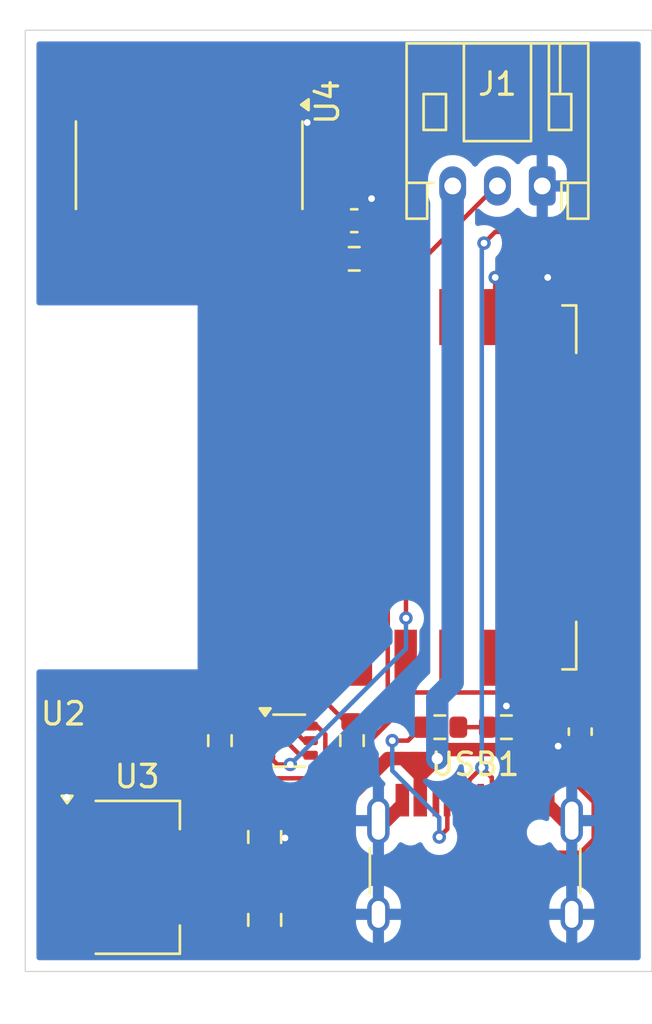
<source format=kicad_pcb>
(kicad_pcb (version 20240108) (generator "pcbnew") (generator_version "8.0")
  (layers (0 "F.Cu" signal) (31 "B.Cu" signal) (34 "B.Paste" user) (35 "F.Paste" user) (36 "B.SilkS" user "B.Silkscreen") (37 "F.SilkS" user "F.Silkscreen") (38 "B.Mask" user) (39 "F.Mask" user) (44 "Edge.Cuts" user))
  (net 0 "")
  (net 1 "GND")
  (net 2 "Net-(J1-Pin_2)")
  (net 3 "+5V")
  (net 4 "+3V3")
  (net 5 "RTS")
  (net 6 "Net-(Q1B-C2)")
  (net 7 "DTR")
  (net 8 "Net-(Q1A-C1)")
  (net 9 "Net-(U2-GPIO5)")
  (net 10 "Net-(U2-EN)")
  (net 11 "Net-(USB1-CC2)")
  (net 12 "Net-(USB1-CC1)")
  (net 14 "TX")
  (net 18 "USBD-")
  (net 19 "RX")
  (net 22 "USBD+")
  (footprint "Capacitor_SMD:C_0805_2012Metric" (layer "F.Cu") (at 154.7 115 -90)
    (property "Reference" "C4" (hide yes))
    (property "Value" "2.2u")
    (fp_line (start -0.261252 0.735) (end 0.261252 0.735) (stroke (width 0.12)) (layer "F.SilkS"))
    (fp_line (start -0.261252 -0.735) (end 0.261252 -0.735) (stroke (width 0.12)) (layer "F.SilkS"))
    (pad "1" smd roundrect (at -0.95 0 270) (size 1 1.45) (layers "F.Cu" "F.Paste" "F.Mask") (net 4 "+3V3"))
    (pad "2" smd roundrect (at 0.95 0 270) (size 1 1.45) (layers "F.Cu" "F.Paste" "F.Mask") (net 1 "GND"))
  )
  (footprint "Resistor_SMD:R_0603_1608Metric" (layer "F.Cu") (at 158.6 110.7 -90)
    (property "Reference" "R2" (hide yes))
    (property "Value" "10K")
    (fp_line (start -0.237258 0.5225) (end 0.237258 0.5225) (stroke (width 0.12)) (layer "F.SilkS"))
    (fp_line (start -0.237258 -0.5225) (end 0.237258 -0.5225) (stroke (width 0.12)) (layer "F.SilkS"))
    (pad "1" smd roundrect (at -0.825 0 270) (size 0.8 0.95) (layers "F.Cu" "F.Paste" "F.Mask") (net 10 "Net-(U2-EN)"))
    (pad "2" smd roundrect (at 0.825 0 270) (size 0.8 0.95) (layers "F.Cu" "F.Paste" "F.Mask") (net 4 "+3V3"))
  )
  (footprint "Resistor_SMD:R_0603_1608Metric" (layer "F.Cu") (at 158.7 89.2)
    (property "Reference" "R1" (hide yes))
    (property "Value" "330")
    (fp_line (start -0.237258 -0.5225) (end 0.237258 -0.5225) (stroke (width 0.12)) (layer "F.SilkS"))
    (fp_line (start -0.237258 0.5225) (end 0.237258 0.5225) (stroke (width 0.12)) (layer "F.SilkS"))
    (pad "1" smd roundrect (at -0.825 0) (size 0.8 0.95) (layers "F.Cu" "F.Paste" "F.Mask") (net 9 "Net-(U2-GPIO5)"))
    (pad "2" smd roundrect (at 0.825 0) (size 0.8 0.95) (layers "F.Cu" "F.Paste" "F.Mask") (net 2 "Net-(J1-Pin_2)"))
  )
  (footprint "Package_TO_SOT_SMD:SOT-223-3_TabPin2" (layer "F.Cu") (at 149 116.8)
    (property "Reference" "U3" (at 0 -4.5 0) (layer "F.SilkS"))
    (property "Value" "LM1117MP-3.3")
    (fp_line (start -1.85 -3.41) (end 1.91 -3.41) (stroke (width 0.12)) (layer "F.SilkS"))
    (fp_line (start -1.85 3.41) (end 1.91 3.41) (stroke (width 0.12)) (layer "F.SilkS"))
    (fp_line (start 1.91 -3.41) (end 1.91 -2.15) (stroke (width 0.12)) (layer "F.SilkS"))
    (fp_line (start 1.91 3.41) (end 1.91 2.15) (stroke (width 0.12)) (layer "F.SilkS"))
    (fp_poly (pts (xy -3.13 -3.31) (xy -3.37 -3.64) (xy -2.89 -3.64) (xy -3.13 -3.31)) (stroke (width 0.12)) (fill solid) (layer "F.SilkS"))
    (pad "1" smd roundrect (at -3.15 -2.3) (size 2 1.5) (layers "F.Cu" "F.Paste" "F.Mask") (net 1 "GND"))
    (pad "2" smd roundrect (at -3.15 0) (size 2 1.5) (layers "F.Cu" "F.Paste" "F.Mask") (net 4 "+3V3"))
    (pad "2" smd roundrect (at 3.15 0) (size 2 3.8) (layers "F.Cu" "F.Paste" "F.Mask") (net 4 "+3V3"))
    (pad "3" smd roundrect (at -3.15 2.3) (size 2 1.5) (layers "F.Cu" "F.Paste" "F.Mask") (net 3 "+5V"))
  )
  (footprint "Capacitor_SMD:C_0805_2012Metric" (layer "F.Cu") (at 154.7 118.7 90)
    (property "Reference" "C3" (hide yes))
    (property "Value" "2.2u")
    (fp_line (start -0.261252 -0.735) (end 0.261252 -0.735) (stroke (width 0.12)) (layer "F.SilkS"))
    (fp_line (start -0.261252 0.735) (end 0.261252 0.735) (stroke (width 0.12)) (layer "F.SilkS"))
    (pad "1" smd roundrect (at -0.95 0 90) (size 1 1.45) (layers "F.Cu" "F.Paste" "F.Mask") (net 3 "+5V"))
    (pad "2" smd roundrect (at 0.95 0 90) (size 1 1.45) (layers "F.Cu" "F.Paste" "F.Mask") (net 1 "GND"))
  )
  (footprint "Connector_JST:JST_PH_S3B-PH-K_1x03_P2.00mm_Horizontal" (layer "F.Cu") (at 167.1 85.95 180)
    (property "Reference" "J1" (at 2 4.55 0) (layer "F.SilkS"))
    (property "Value" "Conn_01x03_Pin")
    (fp_line (start 6.06 6.36) (end 6.06 -1.46) (stroke (width 0.12)) (layer "F.SilkS"))
    (fp_line (start 6.06 0.14) (end 5.14 0.14) (stroke (width 0.12)) (layer "F.SilkS"))
    (fp_line (start 6.06 -1.46) (end 5.14 -1.46) (stroke (width 0.12)) (layer "F.SilkS"))
    (fp_line (start 5.3 4.1) (end 4.3 4.1) (stroke (width 0.12)) (layer "F.SilkS"))
    (fp_line (start 5.3 2.5) (end 5.3 4.1) (stroke (width 0.12)) (layer "F.SilkS"))
    (fp_line (start 5.14 0.14) (end 4.86 0.14) (stroke (width 0.12)) (layer "F.SilkS"))
    (fp_line (start 5.14 -1.46) (end 5.14 0.14) (stroke (width 0.12)) (layer "F.SilkS"))
    (fp_line (start 4.3 4.1) (end 4.3 2.5) (stroke (width 0.12)) (layer "F.SilkS"))
    (fp_line (start 4.3 2.5) (end 5.3 2.5) (stroke (width 0.12)) (layer "F.SilkS"))
    (fp_line (start 3.5 2) (end 3.5 6.36) (stroke (width 0.12)) (layer "F.SilkS"))
    (fp_line (start 0.5 6.36) (end 0.5 2) (stroke (width 0.12)) (layer "F.SilkS"))
    (fp_line (start 0.5 2) (end 3.5 2) (stroke (width 0.12)) (layer "F.SilkS"))
    (fp_line (start -0.3 4.1) (end -0.3 6.36) (stroke (width 0.12)) (layer "F.SilkS"))
    (fp_line (start -0.3 4.1) (end -0.3 2.5) (stroke (width 0.12)) (layer "F.SilkS"))
    (fp_line (start -0.3 2.5) (end -1.3 2.5) (stroke (width 0.12)) (layer "F.SilkS"))
    (fp_line (start -0.8 4.1) (end -0.8 6.36) (stroke (width 0.12)) (layer "F.SilkS"))
    (fp_line (start -0.86 0.14) (end -0.86 -1.075) (stroke (width 0.12)) (layer "F.SilkS"))
    (fp_line (start -0.86 0.14) (end -1.14 0.14) (stroke (width 0.12)) (layer "F.SilkS"))
    (fp_line (start -1.14 0.14) (end -1.14 -1.46) (stroke (width 0.12)) (layer "F.SilkS"))
    (fp_line (start -1.14 -1.46) (end -2.06 -1.46) (stroke (width 0.12)) (layer "F.SilkS"))
    (fp_line (start -1.3 4.1) (end -0.3 4.1) (stroke (width 0.12)) (layer "F.SilkS"))
    (fp_line (start -1.3 2.5) (end -1.3 4.1) (stroke (width 0.12)) (layer "F.SilkS"))
    (fp_line (start -2.06 6.36) (end 6.06 6.36) (stroke (width 0.12)) (layer "F.SilkS"))
    (fp_line (start -2.06 0.14) (end -1.14 0.14) (stroke (width 0.12)) (layer "F.SilkS"))
    (fp_line (start -2.06 -1.46) (end -2.06 6.36) (stroke (width 0.12)) (layer "F.SilkS"))
    (pad "1" thru_hole roundrect (at 0 0 180) (size 1.2 1.75) (drill 0.75) (layers "*.Cu" "*.Mask") (roundrect_rratio 0.208333) (net 1 "GND"))
    (pad "2" thru_hole oval (at 2 0 180) (size 1.2 1.75) (drill 0.75) (layers "*.Cu" "*.Mask") (net 2 "Net-(J1-Pin_2)"))
    (pad "3" thru_hole oval (at 4 0 180) (size 1.2 1.75) (drill 0.75) (layers "*.Cu" "*.Mask") (net 3 "+5V"))
  )
  (footprint "Package_SO:SOIC-16_3.9x9.9mm_P1.27mm" (layer "F.Cu") (at 151.325 85.025 -90)
    (property "Reference" "U4" (at -2.825 -6.175 90) (layer "F.SilkS"))
    (property "Value" "CH340C")
    (fp_line (start 0 5.06) (end -1.95 5.06) (stroke (width 0.12)) (layer "F.SilkS"))
    (fp_line (start 0 5.06) (end 1.95 5.06) (stroke (width 0.12)) (layer "F.SilkS"))
    (fp_line (start 0 -5.06) (end -1.95 -5.06) (stroke (width 0.12)) (layer "F.SilkS"))
    (fp_line (start 0 -5.06) (end 1.95 -5.06) (stroke (width 0.12)) (layer "F.SilkS"))
    (fp_poly (pts (xy -2.7 -5.005) (xy -2.94 -5.335) (xy -2.46 -5.335) (xy -2.7 -5.005)) (stroke (width 0.12)) (fill solid) (layer "F.SilkS"))
    (pad "1" smd roundrect (at -2.475 -4.445 270) (size 1.95 0.6) (layers "F.Cu" "F.Paste" "F.Mask") (net 1 "GND"))
    (pad "2" smd roundrect (at -2.475 -3.175 270) (size 1.95 0.6) (layers "F.Cu" "F.Paste" "F.Mask") (net 19 "RX"))
    (pad "3" smd roundrect (at -2.475 -1.905 270) (size 1.95 0.6) (layers "F.Cu" "F.Paste" "F.Mask") (net 14 "TX"))
    (pad "4" smd roundrect (at -2.475 -0.635 270) (size 1.95 0.6) (layers "F.Cu" "F.Paste" "F.Mask") (net 4 "+3V3"))
    (pad "5" smd roundrect (at -2.475 0.635 270) (size 1.95 0.6) (layers "F.Cu" "F.Paste" "F.Mask") (net 22 "USBD+"))
    (pad "6" smd roundrect (at -2.475 1.905 270) (size 1.95 0.6) (layers "F.Cu" "F.Paste" "F.Mask") (net 18 "USBD-"))
    (pad "7" smd roundrect (at -2.475 3.175 270) (size 1.95 0.6) (layers "F.Cu" "F.Paste" "F.Mask"))
    (pad "8" smd roundrect (at -2.475 4.445 270) (size 1.95 0.6) (layers "F.Cu" "F.Paste" "F.Mask"))
    (pad "9" smd roundrect (at 2.475 4.445 270) (size 1.95 0.6) (layers "F.Cu" "F.Paste" "F.Mask"))
    (pad "10" smd roundrect (at 2.475 3.175 270) (size 1.95 0.6) (layers "F.Cu" "F.Paste" "F.Mask"))
    (pad "11" smd roundrect (at 2.475 1.905 270) (size 1.95 0.6) (layers "F.Cu" "F.Paste" "F.Mask"))
    (pad "12" smd roundrect (at 2.475 0.635 270) (size 1.95 0.6) (layers "F.Cu" "F.Paste" "F.Mask"))
    (pad "13" smd roundrect (at 2.475 -0.635 270) (size 1.95 0.6) (layers "F.Cu" "F.Paste" "F.Mask") (net 7 "DTR"))
    (pad "14" smd roundrect (at 2.475 -1.905 270) (size 1.95 0.6) (layers "F.Cu" "F.Paste" "F.Mask") (net 5 "RTS"))
    (pad "15" smd roundrect (at 2.475 -3.175 270) (size 1.95 0.6) (layers "F.Cu" "F.Paste" "F.Mask"))
    (pad "16" smd roundrect (at 2.475 -4.445 270) (size 1.95 0.6) (layers "F.Cu" "F.Paste" "F.Mask") (net 4 "+3V3"))
  )
  (footprint "Resistor_SMD:R_0603_1608Metric" (layer "F.Cu") (at 162.525 110.1)
    (property "Reference" "R5" (hide yes))
    (property "Value" "5K1")
    (fp_line (start -0.237258 -0.5225) (end 0.237258 -0.5225) (stroke (width 0.12)) (layer "F.SilkS"))
    (fp_line (start -0.237258 0.5225) (end 0.237258 0.5225) (stroke (width 0.12)) (layer "F.SilkS"))
    (pad "1" smd roundrect (at -0.825 0) (size 0.8 0.95) (layers "F.Cu" "F.Paste" "F.Mask") (net 12 "Net-(USB1-CC1)"))
    (pad "2" smd roundrect (at 0.825 0) (size 0.8 0.95) (layers "F.Cu" "F.Paste" "F.Mask") (net 1 "GND"))
  )
  (footprint "Capacitor_SMD:C_0603_1608Metric" (layer "F.Cu") (at 168.8 110.3 90)
    (property "Reference" "C2" (hide yes))
    (property "Value" "100n")
    (fp_line (start -0.14058 -0.51) (end 0.14058 -0.51) (stroke (width 0.12)) (layer "F.SilkS"))
    (fp_line (start -0.14058 0.51) (end 0.14058 0.51) (stroke (width 0.12)) (layer "F.SilkS"))
    (pad "1" smd roundrect (at -0.775 0 90) (size 0.9 0.95) (layers "F.Cu" "F.Paste" "F.Mask") (net 1 "GND"))
    (pad "2" smd roundrect (at 0.775 0 90) (size 0.9 0.95) (layers "F.Cu" "F.Paste" "F.Mask") (net 4 "+3V3"))
  )
  (footprint "Resistor_SMD:R_0603_1608Metric" (layer "F.Cu") (at 152.7 110.7 90)
    (property "Reference" "R3" (hide yes))
    (property "Value" "10K")
    (fp_line (start -0.237258 -0.5225) (end 0.237258 -0.5225) (stroke (width 0.12)) (layer "F.SilkS"))
    (fp_line (start -0.237258 0.5225) (end 0.237258 0.5225) (stroke (width 0.12)) (layer "F.SilkS"))
    (pad "1" smd roundrect (at -0.825 0 90) (size 0.8 0.95) (layers "F.Cu" "F.Paste" "F.Mask") (net 4 "+3V3"))
    (pad "2" smd roundrect (at 0.825 0 90) (size 0.8 0.95) (layers "F.Cu" "F.Paste" "F.Mask") (net 8 "Net-(Q1A-C1)"))
  )
  (footprint "RF_Module:ESP-12E" (layer "F.Cu") (at 156.5 99.4 90)
    (property "Reference" "U2" (at -10.1 -10.8 180) (layer "F.SilkS"))
    (property "Value" "ESP-12F")
    (fp_line (start 8.12 11.5) (end 8.12 12.12) (stroke (width 0.12)) (layer "F.SilkS"))
    (fp_line (start 8.12 12.12) (end 6 12.12) (stroke (width 0.12)) (layer "F.SilkS"))
    (fp_line (start -6 12.12) (end -8.12 12.12) (stroke (width 0.12)) (layer "F.SilkS"))
    (fp_line (start -8.12 12.12) (end -8.12 11.5) (stroke (width 0.12)) (layer "F.SilkS"))
    (pad "1" smd rect (at -7.6 -3.5 90) (size 2.5 1) (layers "F.Cu" "F.Paste" "F.Mask") (net 8 "Net-(Q1A-C1)"))
    (pad "2" smd rect (at -7.6 -1.5 90) (size 2.5 1) (layers "F.Cu" "F.Paste" "F.Mask"))
    (pad "3" smd rect (at -7.6 0.5 90) (size 2.5 1) (layers "F.Cu" "F.Paste" "F.Mask") (net 10 "Net-(U2-EN)"))
    (pad "4" smd rect (at -7.6 2.5 90) (size 2.5 1) (layers "F.Cu" "F.Paste" "F.Mask"))
    (pad "5" smd rect (at -7.6 4.5 90) (size 2.5 1) (layers "F.Cu" "F.Paste" "F.Mask"))
    (pad "6" smd rect (at -7.6 6.5 90) (size 2.5 1) (layers "F.Cu" "F.Paste" "F.Mask"))
    (pad "7" smd rect (at -7.6 8.5 90) (size 2.5 1) (layers "F.Cu" "F.Paste" "F.Mask"))
    (pad "8" smd rect (at -7.6 10.5 90) (size 2.5 1) (layers "F.Cu" "F.Paste" "F.Mask") (net 4 "+3V3"))
    (pad "9" smd rect (at -5 12 90) (size 1 1.8) (layers "F.Cu" "F.Paste" "F.Mask"))
    (pad "10" smd rect (at -3 12 90) (size 1 1.8) (layers "F.Cu" "F.Paste" "F.Mask"))
    (pad "11" smd rect (at -1 12 90) (size 1 1.8) (layers "F.Cu" "F.Paste" "F.Mask"))
    (pad "12" smd rect (at 1 12 90) (size 1 1.8) (layers "F.Cu" "F.Paste" "F.Mask"))
    (pad "13" smd rect (at 3 12 90) (size 1 1.8) (layers "F.Cu" "F.Paste" "F.Mask"))
    (pad "14" smd rect (at 5 12 90) (size 1 1.8) (layers "F.Cu" "F.Paste" "F.Mask"))
    (pad "15" smd rect (at 7.6 10.5 90) (size 2.5 1) (layers "F.Cu" "F.Paste" "F.Mask") (net 1 "GND"))
    (pad "16" smd rect (at 7.6 8.5 90) (size 2.5 1) (layers "F.Cu" "F.Paste" "F.Mask") (net 1 "GND"))
    (pad "17" smd rect (at 7.6 6.5 90) (size 2.5 1) (layers "F.Cu" "F.Paste" "F.Mask"))
    (pad "18" smd rect (at 7.6 4.5 90) (size 2.5 1) (layers "F.Cu" "F.Paste" "F.Mask") (net 6 "Net-(Q1B-C2)"))
    (pad "19" smd rect (at 7.6 2.5 90) (size 2.5 1) (layers "F.Cu" "F.Paste" "F.Mask"))
    (pad "20" smd rect (at 7.6 0.5 90) (size 2.5 1) (layers "F.Cu" "F.Paste" "F.Mask") (net 9 "Net-(U2-GPIO5)"))
    (pad "21" smd rect (at 7.6 -1.5 90) (size 2.5 1) (layers "F.Cu" "F.Paste" "F.Mask") (net 19 "RX"))
    (pad "22" smd rect (at 7.6 -3.5 90) (size 2.5 1) (layers "F.Cu" "F.Paste" "F.Mask") (net 14 "TX"))
    (zone (net 0) (net_name "") (layers "*.Cu") (connect_pads (clearance 0)) (min_thickness 0.254)
      (keepout (tracks not_allowed) (vias not_allowed) (pads not_allowed) (copperpour not_allowed) (footprints not_allowed))
      (fill (thermal_gap 0.508) (thermal_bridge_width 0.508))
      (polygon (pts (xy 151.7 107.52) (xy 151.7 91.28) (xy 144.38 91.28) (xy 144.38 107.52)))
    )
  )
  (footprint "Resistor_SMD:R_0603_1608Metric" (layer "F.Cu") (at 165.5 110.1 180)
    (property "Reference" "R4" (hide yes))
    (property "Value" "5K1")
    (fp_line (start -0.237258 0.5225) (end 0.237258 0.5225) (stroke (width 0.12)) (layer "F.SilkS"))
    (fp_line (start -0.237258 -0.5225) (end 0.237258 -0.5225) (stroke (width 0.12)) (layer "F.SilkS"))
    (pad "1" smd roundrect (at -0.825 0 180) (size 0.8 0.95) (layers "F.Cu" "F.Paste" "F.Mask") (net 11 "Net-(USB1-CC2)"))
    (pad "2" smd roundrect (at 0.825 0 180) (size 0.8 0.95) (layers "F.Cu" "F.Paste" "F.Mask") (net 1 "GND"))
  )
  (footprint "Connector_USB:USB_C_Receptacle_HRO_TYPE-C-31-M-12" (layer "F.Cu") (at 164.1 117.4)
    (property "Reference" "USB1" (at 0 -5.645 0) (layer "F.SilkS"))
    (property "Value" "USB4105-GF-A")
    (fp_line (start -4.7 -1.9) (end -4.7 0.1) (stroke (width 0.12)) (layer "F.SilkS"))
    (fp_line (start 4.7 -1.9) (end 4.7 0.1) (stroke (width 0.12)) (layer "F.SilkS"))
    (pad "" np_thru_hole circle (at -2.89 -2.6) (size 0.65 0.65) (drill 0.65) (layers "*.Cu" "*.Mask"))
    (pad "" np_thru_hole circle (at 2.89 -2.6) (size 0.65 0.65) (drill 0.65) (layers "*.Cu" "*.Mask"))
    (pad "A1" smd rect (at -3.25 -4.045) (size 0.6 1.45) (layers "F.Cu" "F.Paste" "F.Mask") (net 1 "GND"))
    (pad "A4" smd rect (at -2.45 -4.045) (size 0.6 1.45) (layers "F.Cu" "F.Paste" "F.Mask") (net 3 "+5V"))
    (pad "A5" smd rect (at -1.25 -4.045) (size 0.3 1.45) (layers "F.Cu" "F.Paste" "F.Mask") (net 12 "Net-(USB1-CC1)"))
    (pad "A6" smd rect (at -0.25 -4.045) (size 0.3 1.45) (layers "F.Cu" "F.Paste" "F.Mask") (net 22 "USBD+"))
    (pad "A7" smd rect (at 0.25 -4.045) (size 0.3 1.45) (layers "F.Cu" "F.Paste" "F.Mask") (net 18 "USBD-"))
    (pad "A8" smd rect (at 1.25 -4.045) (size 0.3 1.45) (layers "F.Cu" "F.Paste" "F.Mask"))
    (pad "A9" smd rect (at 2.45 -4.045) (size 0.6 1.45) (layers "F.Cu" "F.Paste" "F.Mask") (net 3 "+5V"))
    (pad "A12" smd rect (at 3.25 -4.045) (size 0.6 1.45) (layers "F.Cu" "F.Paste" "F.Mask") (net 1 "GND"))
    (pad "B1" smd rect (at 3.25 -4.045) (size 0.6 1.45) (layers "F.Cu" "F.Paste" "F.Mask") (net 1 "GND"))
    (pad "B4" smd rect (at 2.45 -4.045) (size 0.6 1.45) (layers "F.Cu" "F.Paste" "F.Mask") (net 3 "+5V"))
    (pad "B5" smd rect (at 1.75 -4.045) (size 0.3 1.45) (layers "F.Cu" "F.Paste" "F.Mask") (net 11 "Net-(USB1-CC2)"))
    (pad "B6" smd rect (at 0.75 -4.045) (size 0.3 1.45) (layers "F.Cu" "F.Paste" "F.Mask") (net 22 "USBD+"))
    (pad "B7" smd rect (at -0.75 -4.045) (size 0.3 1.45) (layers "F.Cu" "F.Paste" "F.Mask") (net 18 "USBD-"))
    (pad "B8" smd rect (at -1.75 -4.045) (size 0.3 1.45) (layers "F.Cu" "F.Paste" "F.Mask"))
    (pad "B9" smd rect (at -2.45 -4.045) (size 0.6 1.45) (layers "F.Cu" "F.Paste" "F.Mask") (net 3 "+5V"))
    (pad "B12" smd rect (at -3.25 -4.045) (size 0.6 1.45) (layers "F.Cu" "F.Paste" "F.Mask") (net 1 "GND"))
    (pad "S1" thru_hole oval (at -4.32 -3.13) (size 1 2.1) (drill oval 0.6 1.7) (layers "*.Cu" "*.Mask") (net 1 "GND"))
    (pad "S1" thru_hole oval (at -4.32 1.05) (size 1 1.6) (drill oval 0.6 1.2) (layers "*.Cu" "*.Mask") (net 1 "GND"))
    (pad "S1" thru_hole oval (at 4.32 -3.13) (size 1 2.1) (drill oval 0.6 1.7) (layers "*.Cu" "*.Mask") (net 1 "GND"))
    (pad "S1" thru_hole oval (at 4.32 1.05) (size 1 1.6) (drill oval 0.6 1.2) (layers "*.Cu" "*.Mask") (net 1 "GND"))
  )
  (footprint "Package_TO_SOT_SMD:SOT-363_SC-70-6" (layer "F.Cu") (at 155.8 110.7)
    (property "Reference" "Q1" (hide yes))
    (property "Value" "UMH3N")
    (fp_line (start -0.71 -1.16) (end 0.7 -1.16) (stroke (width 0.12)) (layer "F.SilkS"))
    (fp_line (start -0.7 1.16) (end 0.7 1.16) (stroke (width 0.12)) (layer "F.SilkS"))
    (fp_poly (pts (xy -1.08 -1.11) (xy -1.32 -1.44) (xy -0.84 -1.44) (xy -1.08 -1.11)) (stroke (width 0.12)) (fill solid) (layer "F.SilkS"))
    (pad "1" smd roundrect (at -0.95 -0.65) (size 0.65 0.4) (layers "F.Cu" "F.Paste" "F.Mask") (net 5 "RTS"))
    (pad "2" smd roundrect (at -0.95 0) (size 0.65 0.4) (layers "F.Cu" "F.Paste" "F.Mask") (net 7 "DTR"))
    (pad "3" smd roundrect (at -0.95 0.65) (size 0.65 0.4) (layers "F.Cu" "F.Paste" "F.Mask") (net 6 "Net-(Q1B-C2)"))
    (pad "4" smd roundrect (at 0.95 0.65) (size 0.65 0.4) (layers "F.Cu" "F.Paste" "F.Mask") (net 7 "DTR"))
    (pad "5" smd roundrect (at 0.95 0) (size 0.65 0.4) (layers "F.Cu" "F.Paste" "F.Mask") (net 5 "RTS"))
    (pad "6" smd roundrect (at 0.95 -0.65) (size 0.65 0.4) (layers "F.Cu" "F.Paste" "F.Mask") (net 8 "Net-(Q1A-C1)"))
  )
  (footprint "Capacitor_SMD:C_0603_1608Metric" (layer "F.Cu") (at 158.7 87.5)
    (property "Reference" "C1" (hide yes))
    (property "Value" "100n")
    (fp_line (start -0.14058 -0.51) (end 0.14058 -0.51) (stroke (width 0.12)) (layer "F.SilkS"))
    (fp_line (start -0.14058 0.51) (end 0.14058 0.51) (stroke (width 0.12)) (layer "F.SilkS"))
    (pad "1" smd roundrect (at -0.775 0) (size 0.9 0.95) (layers "F.Cu" "F.Paste" "F.Mask") (net 4 "+3V3"))
    (pad "2" smd roundrect (at 0.775 0) (size 0.9 0.95) (layers "F.Cu" "F.Paste" "F.Mask") (net 1 "GND"))
  )
  (gr_line (start 144 121) (end 144 79) (stroke (width 0.05)) (layer "Edge.Cuts"))
  (gr_line (start 144 79) (end 170 79) (stroke (width 0.05)) (layer "Edge.Cuts"))
  (gr_line (start 172 79) (end 170 79) (stroke (width 0.05)) (layer "Edge.Cuts"))
  (gr_line (start 170 121) (end 144 121) (stroke (width 0.05)) (layer "Edge.Cuts"))
  (gr_line (start 172 79) (end 172 121) (stroke (width 0.05)) (layer "Edge.Cuts"))
  (gr_line (start 170 121) (end 172 121) (stroke (width 0.05)) (layer "Edge.Cuts"))
  (segment (start 165 91.8) (end 165 90.0317) (width 0.2) (layer "F.Cu") (net 1))
  (segment (start 164.675 110.1) (end 163.35 110.1) (width 0.2) (layer "F.Cu") (net 1))
  (segment (start 160.85 113.355) (end 160.85 113.55) (width 0.6) (layer "F.Cu") (net 1))
  (segment (start 160.13 114.27) (end 159.78 114.27) (width 0.6) (layer "F.Cu") (net 1))
  (segment (start 167 91.8) (end 167 90.3767) (width 0.2) (layer "F.Cu") (net 1))
  (segment (start 145.85 113.227) (end 145.85 114.5) (width 0.6) (layer "F.Cu") (net 1))
  (segment (start 156.25 82.55) (end 155.77 82.55) (width 0.2) (layer "F.Cu") (net 1))
  (segment (start 160.85 113.55) (end 160.13 114.27) (width 0.6) (layer "F.Cu") (net 1))
  (segment (start 167 90.3767) (end 167.345 90.0317) (width 0.2) (layer "F.Cu") (net 1))
  (segment (start 168.8 111.075) (end 168.67 110.945) (width 0.2) (layer "F.Cu") (net 1))
  (segment (start 168.67 110.945) (end 167.811 110.945) (width 0.2) (layer "F.Cu") (net 1))
  (segment (start 155.606 115.044) (end 154.7 115.95) (width 0.2) (layer "F.Cu") (net 1))
  (segment (start 156.6002 82.9002) (end 156.25 82.55) (width 0.2) (layer "F.Cu") (net 1))
  (segment (start 154.7 115.95) (end 154.7 117.75) (width 0.2) (layer "F.Cu") (net 1))
  (segment (start 165.5 109.152) (end 165.5 109.275) (width 0.2) (layer "F.Cu") (net 1))
  (segment (start 165.5 109.275) (end 164.675 110.1) (width 0.2) (layer "F.Cu") (net 1))
  (segment (start 167.35 113.355) (end 167.35 113.55) (width 0.6) (layer "F.Cu") (net 1))
  (segment (start 168.07 114.27) (end 168.42 114.27) (width 0.6) (layer "F.Cu") (net 1))
  (segment (start 167.35 113.55) (end 168.07 114.27) (width 0.6) (layer "F.Cu") (net 1))
  (segment (start 156.6002 83.1191) (end 156.6002 82.9002) (width 0.2) (layer "F.Cu") (net 1))
  (segment (start 159.475 86.5134) (end 159.475 87.5) (width 0.2) (layer "F.Cu") (net 1))
  (via (at 156.6002 83.1191) (size 0.6) (drill 0.3) (layers "F.Cu" "B.Cu") (net 1))
  (via (at 165 90.0317) (size 0.6) (drill 0.3) (layers "F.Cu" "B.Cu") (net 1))
  (via (at 145.85 113.227) (size 0.6) (drill 0.3) (layers "F.Cu" "B.Cu") (net 1))
  (via (at 167.811 110.945) (size 0.6) (drill 0.3) (layers "F.Cu" "B.Cu") (net 1))
  (via (at 155.606 115.044) (size 0.6) (drill 0.3) (layers "F.Cu" "B.Cu") (net 1))
  (via (at 167.345 90.0317) (size 0.6) (drill 0.3) (layers "F.Cu" "B.Cu") (net 1))
  (via (at 165.5 109.152) (size 0.6) (drill 0.3) (layers "F.Cu" "B.Cu") (net 1))
  (via (at 159.475 86.5134) (size 0.6) (drill 0.3) (layers "F.Cu" "B.Cu") (net 1))
  (segment (start 165.05 85.95) (end 165.1 85.95) (width 0.2) (layer "F.Cu") (net 2))
  (segment (start 161.7048 89.2952) (end 165.05 85.95) (width 0.2) (layer "F.Cu") (net 2))
  (segment (start 159.62 89.2952) (end 161.7048 89.2952) (width 0.2) (layer "F.Cu") (net 2))
  (segment (start 159.525 89.2) (end 159.62 89.2952) (width 0.2) (layer "F.Cu") (net 2))
  (segment (start 154.7 119.65) (end 146.4 119.65) (width 0.6) (layer "F.Cu") (net 3))
  (segment (start 160.2 111.5) (end 156.8 114.9) (width 0.6) (layer "F.Cu") (net 3))
  (segment (start 161.65 113.355) (end 161.65 112.26) (width 0.6) (layer "F.Cu") (net 3))
  (segment (start 156.8 114.9) (end 156.8 117.55) (width 0.6) (layer "F.Cu") (net 3))
  (segment (start 162.81 111.1) (end 162.41 111.5) (width 0.6) (layer "F.Cu") (net 3))
  (segment (start 161.65 112.26) (end 160.89 111.5) (width 0.6) (layer "F.Cu") (net 3))
  (segment (start 161.6 111.5) (end 161.3 111.5) (width 0.6) (layer "F.Cu") (net 3))
  (segment (start 160.89 111.5) (end 160.8 111.5) (width 0.6) (layer "F.Cu") (net 3))
  (segment (start 162.005 111.905) (end 162.41 111.5) (width 0.6) (layer "F.Cu") (net 3))
  (segment (start 166.55 111.95) (end 165.7 111.1) (width 0.6) (layer "F.Cu") (net 3))
  (segment (start 162.005 111.905) (end 161.6 111.5) (width 0.6) (layer "F.Cu") (net 3))
  (segment (start 161.65 112.26) (end 162.005 111.905) (width 0.6) (layer "F.Cu") (net 3))
  (segment (start 161.3 111.5) (end 160.8 111.5) (width 0.6) (layer "F.Cu") (net 3))
  (segment (start 146.4 119.65) (end 145.85 119.1) (width 0.6) (layer "F.Cu") (net 3))
  (segment (start 166.55 113.355) (end 166.55 111.95) (width 0.6) (layer "F.Cu") (net 3))
  (segment (start 160.8 111.5) (end 160.2 111.5) (width 0.6) (layer "F.Cu") (net 3))
  (segment (start 165.7 111.1) (end 162.81 111.1) (width 0.6) (layer "F.Cu") (net 3))
  (segment (start 162.41 111.5) (end 161.3 111.5) (width 0.6) (layer "F.Cu") (net 3))
  (segment (start 156.8 117.55) (end 154.7 119.65) (width 0.6) (layer "F.Cu") (net 3))
  (via (at 162.41 111.5) (size 1) (drill 0.5) (layers "F.Cu" "B.Cu") (net 3))
  (segment (start 162.41 108.79) (end 163.1 108.1) (width 1) (layer "B.Cu") (net 3))
  (segment (start 163.1 108.1) (end 163.1 85.95) (width 1) (layer "B.Cu") (net 3))
  (segment (start 162.41 111.5) (end 162.41 108.79) (width 1) (layer "B.Cu") (net 3))
  (segment (start 152.15 116.6) (end 152.15 116.8) (width 0.2) (layer "F.Cu") (net 4))
  (segment (start 154.7 114.05) (end 152.15 116.6) (width 0.2) (layer "F.Cu") (net 4))
  (segment (start 156.198 87.5) (end 157.925 87.5) (width 0.2) (layer "F.Cu") (net 4))
  (segment (start 154.8065 81.2319) (end 155.135 81.5604) (width 0.2) (layer "F.Cu") (net 4))
  (segment (start 154.7 114.05) (end 154.7 113.4) (width 0.2) (layer "F.Cu") (net 4))
  (segment (start 167 107) (end 167 108.552) (width 0.2) (layer "F.Cu") (net 4))
  (segment (start 151.96 82.55) (end 151.96 81.44) (width 0.2) (layer "F.Cu") (net 4))
  (segment (start 160.375 108.552) (end 160.375 109.75) (width 0.2) (layer "F.Cu") (net 4))
  (segment (start 152.1681 81.2319) (end 154.8065 81.2319) (width 0.2) (layer "F.Cu") (net 4))
  (segment (start 167.827 108.552) (end 167 108.552) (width 0.2) (layer "F.Cu") (net 4))
  (segment (start 156.198 87.5) (end 155.77 87.5) (width 0.2) (layer "F.Cu") (net 4))
  (segment (start 156.2 93.1765) (end 156.198 93.175) (width 0.2) (layer "F.Cu") (net 4))
  (segment (start 151.96 81.44) (end 152.1681 81.2319) (width 0.2) (layer "F.Cu") (net 4))
  (segment (start 155.135 81.5604) (end 155.135 86.865) (width 0.2) (layer "F.Cu") (net 4))
  (segment (start 168.8 109.525) (end 167.827 108.552) (width 0.2) (layer "F.Cu") (net 4))
  (segment (start 160.375 108.552) (end 160.198 108.375) (width 0.2) (layer "F.Cu") (net 4))
  (segment (start 152.825 111.525) (end 152.7 111.525) (width 0.2) (layer "F.Cu") (net 4))
  (segment (start 154.7 113.4) (end 152.825 111.525) (width 0.2) (layer "F.Cu") (net 4))
  (segment (start 156.2 95.0699) (end 156.2 93.1765) (width 0.2) (layer "F.Cu") (net 4))
  (segment (start 160.198 108.375) (end 160.198 99.0688) (width 0.2) (layer "F.Cu") (net 4))
  (segment (start 160.375 109.75) (end 158.6 111.525) (width 0.2) (layer "F.Cu") (net 4))
  (segment (start 160.198 99.0688) (end 156.2 95.0699) (width 0.2) (layer "F.Cu") (net 4))
  (segment (start 152.15 116.8) (end 145.85 116.8) (width 0.2) (layer "F.Cu") (net 4))
  (segment (start 155.135 86.865) (end 155.77 87.5) (width 0.2) (layer "F.Cu") (net 4))
  (segment (start 156.198 87.5) (end 156.198 93.175) (width 0.2) (layer "F.Cu") (net 4))
  (segment (start 156.075 114.05) (end 154.7 114.05) (width 0.2) (layer "F.Cu") (net 4))
  (segment (start 167 108.552) (end 160.375 108.552) (width 0.2) (layer "F.Cu") (net 4))
  (segment (start 158.6 111.525) (end 156.075 114.05) (width 0.2) (layer "F.Cu") (net 4))
  (segment (start 156.75 110.7) (end 156.452 110.7) (width 0.2) (layer "F.Cu") (net 5))
  (segment (start 154.142 90.7068) (end 153.23 89.7948) (width 0.2) (layer "F.Cu") (net 5))
  (segment (start 153.23 89.7948) (end 153.23 87.5) (width 0.2) (layer "F.Cu") (net 5))
  (segment (start 154.142 95.0149) (end 154.142 90.7068) (width 0.2) (layer "F.Cu") (net 5))
  (segment (start 155.707 109.956) (end 155.802 109.861) (width 0.2) (layer "F.Cu") (net 5))
  (segment (start 155.802 109.861) (end 155.802 96.675) (width 0.2) (layer "F.Cu") (net 5))
  (segment (start 155.802 96.675) (end 154.142 95.0149) (width 0.2) (layer "F.Cu") (net 5))
  (segment (start 156.452 110.7) (end 155.707 109.956) (width 0.2) (layer "F.Cu") (net 5))
  (segment (start 154.85 110.05) (end 155.613 110.05) (width 0.2) (layer "F.Cu") (net 5))
  (segment (start 155.613 110.05) (end 155.707 109.956) (width 0.2) (layer "F.Cu") (net 5))
  (segment (start 155.264 111.764) (end 155.843 111.764) (width 0.2) (layer "F.Cu") (net 6))
  (segment (start 161.012 93.364) (end 161.012 105.234) (width 0.2) (layer "F.Cu") (net 6))
  (segment (start 154.85 111.35) (end 155.264 111.764) (width 0.2) (layer "F.Cu") (net 6))
  (segment (start 161 91.8) (end 161 93.3517) (width 0.2) (layer "F.Cu") (net 6))
  (segment (start 161 93.3517) (end 161.012 93.364) (width 0.2) (layer "F.Cu") (net 6))
  (via (at 161.012 105.234) (size 0.6) (drill 0.3) (layers "F.Cu" "B.Cu") (net 6))
  (via (at 155.843 111.764) (size 0.6) (drill 0.3) (layers "F.Cu" "B.Cu") (net 6))
  (segment (start 161.012 105.234) (end 161.012 106.595) (width 0.2) (layer "B.Cu") (net 6))
  (segment (start 161.012 106.595) (end 155.843 111.764) (width 0.2) (layer "B.Cu") (net 6))
  (segment (start 153.814 96.6924) (end 153.814 109.907) (width 0.2) (layer "F.Cu") (net 7))
  (segment (start 156.234 111.304) (end 155.63 110.7) (width 0.2) (layer "F.Cu") (net 7))
  (segment (start 156.75 111.35) (end 156.704 111.304) (width 0.2) (layer "F.Cu") (net 7))
  (segment (start 151.96 94.8384) (end 153.814 96.6924) (width 0.2) (layer "F.Cu") (net 7))
  (segment (start 153.814 109.907) (end 154.606 110.7) (width 0.2) (layer "F.Cu") (net 7))
  (segment (start 155.63 110.7) (end 154.85 110.7) (width 0.2) (layer "F.Cu") (net 7))
  (segment (start 156.704 111.304) (end 156.234 111.304) (width 0.2) (layer "F.Cu") (net 7))
  (segment (start 151.96 87.5) (end 151.96 94.8384) (width 0.2) (layer "F.Cu") (net 7))
  (segment (start 154.606 110.7) (end 154.85 110.7) (width 0.2) (layer "F.Cu") (net 7))
  (segment (start 157.409 111.617) (end 156.647 112.38) (width 0.2) (layer "F.Cu") (net 8))
  (segment (start 152.775 110.185) (end 152.775 109.875) (width 0.2) (layer "F.Cu") (net 8))
  (segment (start 153 107) (end 153 108.552) (width 0.2) (layer "F.Cu") (net 8))
  (segment (start 152.775 109.875) (end 152.7 109.875) (width 0.2) (layer "F.Cu") (net 8))
  (segment (start 157.409 110.422) (end 157.409 111.617) (width 0.2) (layer "F.Cu") (net 8))
  (segment (start 154.969 112.38) (end 152.775 110.185) (width 0.2) (layer "F.Cu") (net 8))
  (segment (start 156.647 112.38) (end 154.969 112.38) (width 0.2) (layer "F.Cu") (net 8))
  (segment (start 153 108.552) (end 152.775 108.777) (width 0.2) (layer "F.Cu") (net 8))
  (segment (start 152.775 108.777) (end 152.775 109.875) (width 0.2) (layer "F.Cu") (net 8))
  (segment (start 157.037 110.05) (end 157.409 110.422) (width 0.2) (layer "F.Cu") (net 8))
  (segment (start 156.75 110.05) (end 157.037 110.05) (width 0.2) (layer "F.Cu") (net 8))
  (segment (start 157 91.8) (end 157 90.2483) (width 0.2) (layer "F.Cu") (net 9))
  (segment (start 157.875 89.3733) (end 157.875 89.2) (width 0.2) (layer "F.Cu") (net 9))
  (segment (start 157 90.2483) (end 157.875 89.3733) (width 0.2) (layer "F.Cu") (net 9))
  (segment (start 158.327 109.875) (end 158.6 109.875) (width 0.2) (layer "F.Cu") (net 10))
  (segment (start 157 107) (end 157 108.548) (width 0.2) (layer "F.Cu") (net 10))
  (segment (start 157 108.548) (end 158.327 109.875) (width 0.2) (layer "F.Cu") (net 10))
  (segment (start 168.799371 115.7) (end 166.7 115.7) (width 0.2) (layer "F.Cu") (net 11))
  (segment (start 169.4 113.444) (end 169.4 115.099371) (width 0.2) (layer "F.Cu") (net 11))
  (segment (start 166.325 110.369) (end 169.4 113.444) (width 0.2) (layer "F.Cu") (net 11))
  (segment (start 169.4 115.099371) (end 168.799371 115.7) (width 0.2) (layer "F.Cu") (net 11))
  (segment (start 166.7 115.7) (end 165.85 114.85) (width 0.2) (layer "F.Cu") (net 11))
  (segment (start 165.85 114.85) (end 165.85 113.355) (width 0.2) (layer "F.Cu") (net 11))
  (segment (start 166.325 110.1) (end 166.325 110.369) (width 0.2) (layer "F.Cu") (net 11))
  (segment (start 162.5 115) (end 162.86 114.64) (width 0.2) (layer "F.Cu") (net 12))
  (segment (start 160.4 110.7) (end 161.1 110.7) (width 0.2) (layer "F.Cu") (net 12))
  (segment (start 162.86 114.64) (end 162.86 113.62) (width 0.2) (layer "F.Cu") (net 12))
  (segment (start 161.1 110.7) (end 161.7 110.1) (width 0.2) (layer "F.Cu") (net 12))
  (via (at 162.5 115) (size 0.6) (drill 0.3) (layers "F.Cu" "B.Cu") (net 12))
  (via (at 160.4 110.7) (size 0.6) (drill 0.3) (layers "F.Cu" "B.Cu") (net 12))
  (segment (start 160.4 112.038) (end 162.5 114.138) (width 0.2) (layer "B.Cu") (net 12))
  (segment (start 160.4 110.7) (end 160.4 112.038) (width 0.2) (layer "B.Cu") (net 12))
  (segment (start 162.5 114.138) (end 162.5 115) (width 0.2) (layer "B.Cu") (net 12))
  (segment (start 153 91.8) (end 153 92.5767) (width 0.2) (layer "F.Cu") (net 14))
  (segment (start 153 92.5767) (end 152.595 92.1717) (width 0.2) (layer "F.Cu") (net 14))
  (segment (start 153.23 83.77) (end 153.23 82.55) (width 0.2) (layer "F.Cu") (net 14))
  (segment (start 152.595 92.1717) (end 152.595 84.405) (width 0.2) (layer "F.Cu") (net 14))
  (segment (start 152.595 84.405) (end 153.23 83.77) (width 0.2) (layer "F.Cu") (net 14))
  (segment (start 169.2 116.2) (end 170 115.4) (width 0.2) (layer "F.Cu") (net 18))
  (segment (start 167.5 80) (end 150.4975 80) (width 0.2) (layer "F.Cu") (net 18))
  (segment (start 170 115.4) (end 170 82.5) (width 0.2) (layer "F.Cu") (net 18))
  (segment (start 165.79741 116.2) (end 169.2 116.2) (width 0.2) (layer "F.Cu") (net 18))
  (segment (start 149.42 81.0775) (end 149.42 82.55) (width 0.2) (layer "F.Cu") (net 18))
  (segment (start 164.09241 114.495) (end 165.79741 116.2) (width 0.2) (layer "F.Cu") (net 18))
  (segment (start 163.36 114.36) (end 163.495 114.495) (width 0.2) (layer "F.Cu") (net 18))
  (segment (start 163.495 114.495) (end 164.09241 114.495) (width 0.2) (layer "F.Cu") (net 18))
  (segment (start 163.36 113.62) (end 163.36 114.36) (width 0.2) (layer "F.Cu") (net 18))
  (segment (start 164.09241 114.495) (end 164.205 114.495) (width 0.2) (layer "F.Cu") (net 18))
  (segment (start 164.205 114.495) (end 164.36 114.34) (width 0.2) (layer "F.Cu") (net 18))
  (segment (start 164.36 114.34) (end 164.36 113.62) (width 0.2) (layer "F.Cu") (net 18))
  (segment (start 150.4975 80) (end 149.42 81.0775) (width 0.2) (layer "F.Cu") (net 18))
  (segment (start 170 82.5) (end 167.5 80) (width 0.2) (layer "F.Cu") (net 18))
  (segment (start 153.865 89.065) (end 153.865 84.6475) (width 0.2) (layer "F.Cu") (net 19))
  (segment (start 155 90.2) (end 153.865 89.065) (width 0.2) (layer "F.Cu") (net 19))
  (segment (start 154.5 84.0125) (end 154.5 82.55) (width 0.2) (layer "F.Cu") (net 19))
  (segment (start 155 91.8) (end 155 90.2) (width 0.2) (layer "F.Cu") (net 19))
  (segment (start 153.865 84.6475) (end 154.5 84.0125) (width 0.2) (layer "F.Cu") (net 19))
  (segment (start 169.5 84.5) (end 168.5 83.5) (width 0.2) (layer "F.Cu") (net 22))
  (segment (start 168 83.5) (end 165.3319 80.8319) (width 0.2) (layer "F.Cu") (net 22))
  (segment (start 150.69 81.31) (end 150.69 82.55) (width 0.2) (layer "F.Cu") (net 22))
  (segment (start 169.5 87.5) (end 169.5 84.5) (width 0.2) (layer "F.Cu") (net 22))
  (segment (start 164.85 112.35) (end 164.85 113.355) (width 0.2) (layer "F.Cu") (net 22))
  (segment (start 169 88) (end 169.5 87.5) (width 0.2) (layer "F.Cu") (net 22))
  (segment (start 164.4 111.9) (end 164.85 112.35) (width 0.2) (layer "F.Cu") (net 22))
  (segment (start 164.5 88.5) (end 165 88) (width 0.2) (layer "F.Cu") (net 22))
  (segment (start 164.4 111.9) (end 163.85 112.45) (width 0.2) (layer "F.Cu") (net 22))
  (segment (start 151.1681 80.8319) (end 150.69 81.31) (width 0.2) (layer "F.Cu") (net 22))
  (segment (start 163.85 112.45) (end 163.85 113.355) (width 0.2) (layer "F.Cu") (net 22))
  (segment (start 168.5 83.5) (end 168 83.5) (width 0.2) (layer "F.Cu") (net 22))
  (segment (start 165.3319 80.8319) (end 151.1681 80.8319) (width 0.2) (layer "F.Cu") (net 22))
  (segment (start 165 88) (end 169 88) (width 0.2) (layer "F.Cu") (net 22))
  (via (at 164.4 111.9) (size 0.6) (drill 0.3) (layers "F.Cu" "B.Cu") (net 22))
  (via (at 164.5 88.5) (size 0.6) (drill 0.3) (layers "F.Cu" "B.Cu") (net 22))
  (segment (start 164.4 88.6) (end 164.5 88.5) (width 0.2) (layer "B.Cu") (net 22))
  (segment (start 164.4 111.9) (end 164.4 88.6) (width 0.2) (layer "B.Cu") (net 22))
  (zone (net 1) (net_name "GND") (layer "B.Cu") (name "GND") (connect_pads (clearance 0.5)) (min_thickness 0.25) (fill yes (thermal_gap 0.5) (thermal_bridge_width 0.5))
    (polygon (pts (xy 144 79) (xy 144 121) (xy 172 121) (xy 172 79)))
  )
)
</source>
